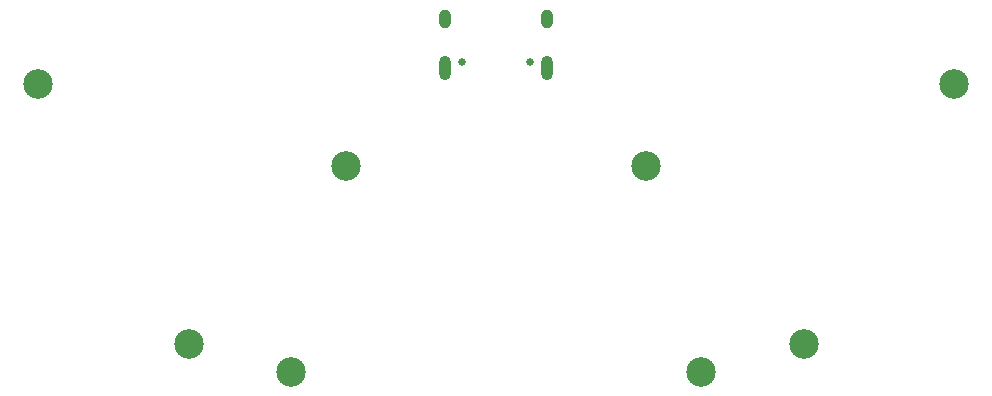
<source format=gbr>
%TF.GenerationSoftware,KiCad,Pcbnew,7.0.8*%
%TF.CreationDate,2024-02-24T18:47:46-06:00*%
%TF.ProjectId,idawgz32,69646177-677a-4333-922e-6b696361645f,rev?*%
%TF.SameCoordinates,Original*%
%TF.FileFunction,Soldermask,Bot*%
%TF.FilePolarity,Negative*%
%FSLAX46Y46*%
G04 Gerber Fmt 4.6, Leading zero omitted, Abs format (unit mm)*
G04 Created by KiCad (PCBNEW 7.0.8) date 2024-02-24 18:47:46*
%MOMM*%
%LPD*%
G01*
G04 APERTURE LIST*
%ADD10C,2.500000*%
%ADD11O,1.000000X1.600000*%
%ADD12O,1.000000X2.100000*%
%ADD13C,0.650000*%
G04 APERTURE END LIST*
D10*
%TO.C,H4*%
X109854168Y-51817947D03*
%TD*%
%TO.C,H3*%
X83774173Y-58806057D03*
%TD*%
%TO.C,H8*%
X97126245Y-73863353D03*
%TD*%
%TO.C,H2*%
X58410208Y-58806057D03*
%TD*%
%TO.C,H6*%
X53751469Y-76192718D03*
%TD*%
D11*
%TO.C,J1*%
X66764366Y-46316875D03*
D12*
X66764366Y-50496875D03*
D11*
X75404366Y-46316875D03*
D12*
X75404366Y-50496875D03*
D13*
X68194366Y-49966875D03*
X73974366Y-49966875D03*
%TD*%
D10*
%TO.C,H1*%
X32330212Y-51817942D03*
%TD*%
%TO.C,H5*%
X45058133Y-73863350D03*
%TD*%
%TO.C,H7*%
X88432913Y-76192723D03*
%TD*%
M02*

</source>
